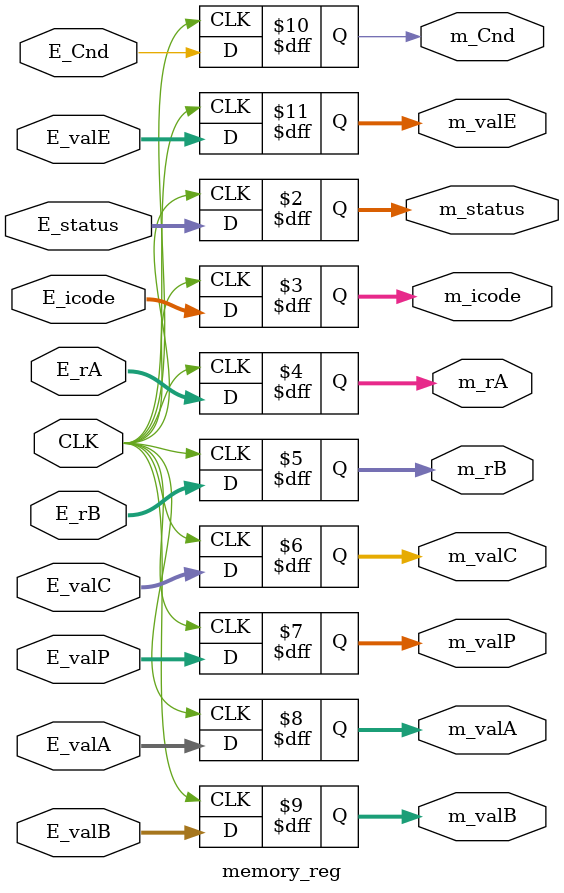
<source format=v>
`timescale 1ns / 1ps
module memory_reg( input CLK, input [2:0] E_status, input [3:0] E_icode, input [3:0] E_rA, input [3:0] E_rB, input [63:0] E_valC, input [63:0] E_valP, input [63:0] E_valA, input [63:0] E_valB, input E_Cnd, input [63:0] E_valE, output reg [2:0] m_status, output reg [3:0] m_icode, output reg [3:0] m_rA, output reg [3:0] m_rB, output reg [63:0] m_valC, output reg [63:0] m_valP, output reg [63:0] m_valA, output reg [63:0] m_valB, output reg m_Cnd, output reg [63:0] m_valE);

always@(posedge CLK)
begin
m_status <= E_status;
m_icode <= E_icode;
m_rA <= E_rA;
m_rB <= E_rB;
m_valC <= E_valC;
m_valP <= E_valP;
m_valA <= E_valA;
m_valB <= E_valB;
m_Cnd <= E_Cnd;
m_valE <= E_valE;
end
endmodule

</source>
